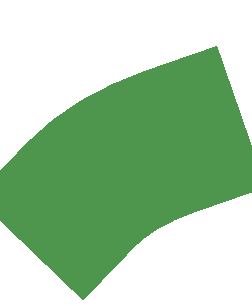
<source format=gbr>
%FSLAX34Y34*%
%MOIN*%
%ADD10R,0.5X0.25*%
D10*
G74*
X-2500Y0D02*
G02*
X2500Y0I2500J4000D01*
X2500Y4000D02*
G03*
X-2500Y4000I2500J4000D01*
M02*


</source>
